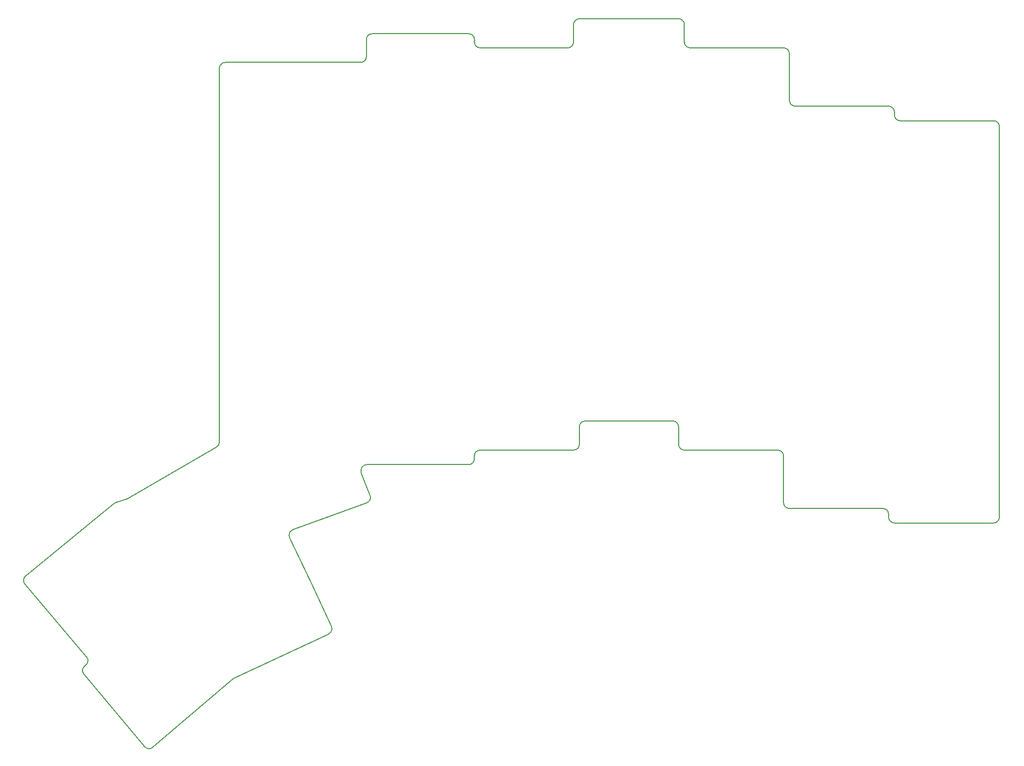
<source format=gbr>
%TF.GenerationSoftware,KiCad,Pcbnew,8.0.6*%
%TF.CreationDate,2025-01-31T15:21:25+01:00*%
%TF.ProjectId,sleepy58,736c6565-7079-4353-982e-6b696361645f,v1.0.0*%
%TF.SameCoordinates,Original*%
%TF.FileFunction,Profile,NP*%
%FSLAX46Y46*%
G04 Gerber Fmt 4.6, Leading zero omitted, Abs format (unit mm)*
G04 Created by KiCad (PCBNEW 8.0.6) date 2025-01-31 15:21:25*
%MOMM*%
%LPD*%
G01*
G04 APERTURE LIST*
%TA.AperFunction,Profile*%
%ADD10C,0.150000*%
%TD*%
G04 APERTURE END LIST*
D10*
X126500000Y-36500000D02*
G75*
G02*
X125500000Y-37500000I-1000000J0D01*
G01*
X179500000Y-116500000D02*
X163500000Y-116500000D01*
X66800000Y-40000000D02*
X90000000Y-40000000D01*
X181500000Y-119000000D02*
G75*
G02*
X180500000Y-118000000I0J1000000D01*
G01*
X127500000Y-105500000D02*
G75*
G02*
X126500000Y-106500000I-1000000J0D01*
G01*
X161500000Y-106500000D02*
G75*
G02*
X162500000Y-107500000I0J-1000000D01*
G01*
X110505063Y-37500000D02*
X125500000Y-37500000D01*
X126500000Y-33500000D02*
G75*
G02*
X127500000Y-32500000I1000000J0D01*
G01*
X180500000Y-47500000D02*
G75*
G02*
X181500000Y-48500000I0J-1000000D01*
G01*
X91000000Y-39000000D02*
G75*
G02*
X90000000Y-40000000I-1000000J0D01*
G01*
X143500000Y-101500000D02*
G75*
G02*
X144500000Y-102500000I0J-1000000D01*
G01*
X54391495Y-157481520D02*
G75*
G02*
X52974559Y-157363498I-650095J759820D01*
G01*
X109500000Y-107500000D02*
G75*
G02*
X110500000Y-106500000I1000000J0D01*
G01*
X65800000Y-41000000D02*
G75*
G02*
X66800000Y-40000000I1000000J0D01*
G01*
X47778365Y-115651929D02*
G75*
G02*
X48088632Y-115479685I632835J-774371D01*
G01*
X108522519Y-35080000D02*
G75*
G02*
X109522587Y-36074950I-19J-1000100D01*
G01*
X50124747Y-114765701D02*
X65300646Y-105988799D01*
X50124747Y-114765700D02*
G75*
G02*
X49946627Y-114846613I-500647J865600D01*
G01*
X42570423Y-144933062D02*
G75*
G02*
X42756736Y-143476932I766877J641862D01*
G01*
X162500000Y-115500000D02*
X162500000Y-107500000D01*
X179500000Y-116500000D02*
G75*
G02*
X180500000Y-117500000I0J-1000000D01*
G01*
X109500000Y-107500000D02*
X109500000Y-108000000D01*
X146500000Y-37500000D02*
X162509000Y-37500000D01*
X65800000Y-105123100D02*
X65800000Y-41000000D01*
X84507181Y-138064515D02*
X68317403Y-145613932D01*
X163500000Y-116500000D02*
G75*
G02*
X162500000Y-115500000I0J1000000D01*
G01*
X90127416Y-110361275D02*
X91636478Y-114256203D01*
X199500000Y-118000000D02*
G75*
G02*
X198500000Y-119000000I-1000000J0D01*
G01*
X143500000Y-101500000D02*
X128500000Y-101500000D01*
X181500000Y-48500000D02*
X181500000Y-49000000D01*
X144500000Y-105500000D02*
X144500000Y-102500000D01*
X65800000Y-105123100D02*
G75*
G02*
X65300626Y-105988764I-1000000J0D01*
G01*
X108500000Y-109000000D02*
X91059875Y-109000000D01*
X127500000Y-102500000D02*
X127500000Y-105500000D01*
X145500000Y-33500000D02*
X145500000Y-36500000D01*
X91000000Y-39000000D02*
X90998991Y-36038429D01*
X180500000Y-118000000D02*
X180500000Y-117500000D01*
X164501001Y-47500000D02*
X180500000Y-47500000D01*
X43035652Y-141947071D02*
X32465418Y-129480880D01*
X109500000Y-108000000D02*
G75*
G02*
X108500000Y-109000000I-1000000J0D01*
G01*
X127500000Y-102500000D02*
G75*
G02*
X128500000Y-101500000I1000000J0D01*
G01*
X68089882Y-145760425D02*
G75*
G02*
X68317409Y-145613945I650118J-759875D01*
G01*
X77835716Y-121529279D02*
X81608502Y-129482130D01*
X32595349Y-128059835D02*
X47778364Y-115651929D01*
X163508999Y-38501000D02*
X163501001Y-46499000D01*
X84990870Y-136735588D02*
G75*
G02*
X84507169Y-138064490I-906270J-422612D01*
G01*
X110505063Y-37500000D02*
G75*
G02*
X109505113Y-36505050I37J1000000D01*
G01*
X77835717Y-121529279D02*
G75*
G02*
X78397202Y-120161020I903483J428579D01*
G01*
X182500000Y-50000000D02*
G75*
G02*
X181500000Y-49000000I0J1000000D01*
G01*
X48088633Y-115479689D02*
X49946626Y-114846609D01*
X126500000Y-36500000D02*
X126500000Y-33500000D01*
X126500000Y-106500000D02*
X110500000Y-106500000D01*
X145500000Y-106500000D02*
G75*
G02*
X144500000Y-105500000I0J1000000D01*
G01*
X198500000Y-50000000D02*
G75*
G02*
X199500000Y-51000000I0J-1000000D01*
G01*
X81611321Y-129488122D02*
X84990870Y-136735589D01*
X92017481Y-35080000D02*
X108522519Y-35080000D01*
X198500000Y-119000000D02*
X181500000Y-119000000D01*
X52974512Y-157363538D02*
X42570423Y-144933061D01*
X144500000Y-32500000D02*
G75*
G02*
X145500000Y-33500000I0J-1000000D01*
G01*
X146500000Y-37500000D02*
G75*
G02*
X145500000Y-36500000I0J1000000D01*
G01*
X199500000Y-51000000D02*
X199500000Y-118000000D01*
X90127416Y-110361275D02*
G75*
G02*
X91059875Y-108999977I932484J361275D01*
G01*
X32465417Y-129480880D02*
G75*
G02*
X32595352Y-128059839I762723J646720D01*
G01*
X43035652Y-141947071D02*
G75*
G02*
X42853440Y-143408062I-762752J-646729D01*
G01*
X182500000Y-50000000D02*
X198500000Y-50000000D01*
X90998991Y-36038429D02*
G75*
G02*
X92017476Y-35080059I942709J18529D01*
G01*
X91046039Y-115557171D02*
X78397186Y-120160977D01*
X42756762Y-143476969D02*
X42853432Y-143408051D01*
X68089882Y-145760425D02*
X54391495Y-157481519D01*
X109522506Y-36074950D02*
X109505076Y-36505050D01*
X91636479Y-114256203D02*
G75*
G02*
X91046053Y-115557209I-932479J-361297D01*
G01*
X162509000Y-37500000D02*
G75*
G02*
X163508999Y-38501000I0J-1000000D01*
G01*
X127500000Y-32500000D02*
X144500000Y-32500000D01*
X164501001Y-47500000D02*
G75*
G02*
X163501001Y-46499000I-1J1000000D01*
G01*
X161500000Y-106500000D02*
X145500000Y-106500000D01*
M02*

</source>
